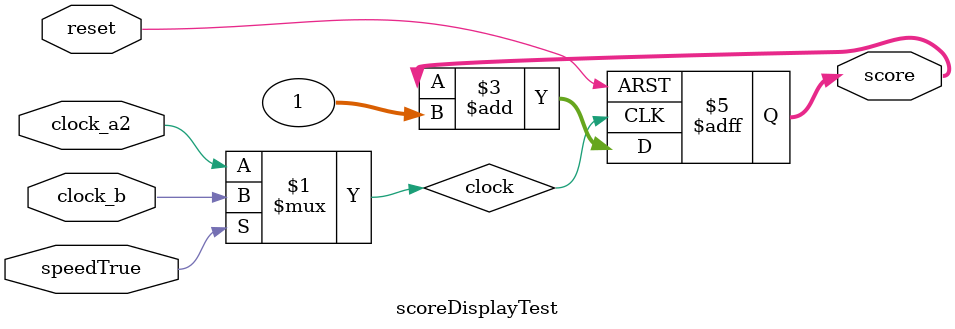
<source format=v>
module scoreDisplayTest(reset, clock_b, clock_a2, speedTrue, score);

	input reset, clock_b, clock_a2, speedTrue;
	output reg [31:0] score;
	
	wire clock;
	assign clock = (speedTrue)? clock_b : clock_a2;
	
	initial score <= 32'h00000000;
	
	always @(posedge clock or posedge reset) begin
		if (reset) score <= 32'h00000000;
		else score <= score + 32'b1;
	end

endmodule

</source>
